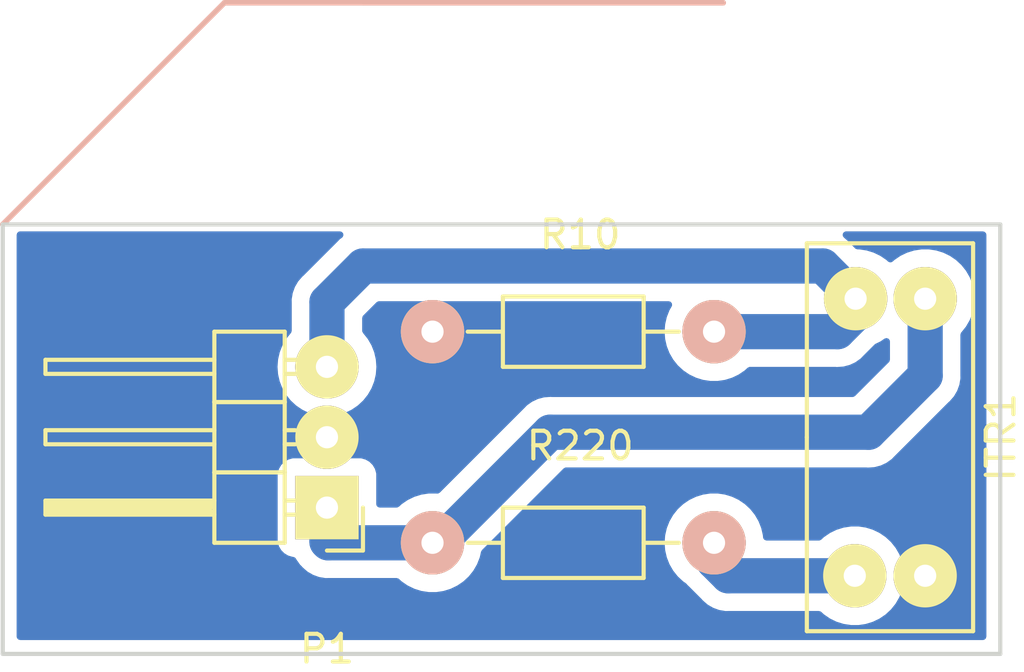
<source format=kicad_pcb>
(kicad_pcb (version 20221018) (generator pcbnew)
  (layers (0 "F.Cu" signal) (31 "B.Cu" signal) (34 "B.Paste" user) (35 "F.Paste" user) (36 "B.SilkS" user "B.Silkscreen") (37 "F.SilkS" user "F.Silkscreen") (38 "B.Mask" user) (39 "F.Mask" user) (44 "Edge.Cuts" user))
  (net 0 "")
  (net 1 "Net-(ITR1-Pad1)")
  (net 2 "GND")
  (net 3 "VCC")
  (net 4 "/Signal")
  (footprint "opto:ITR9608" (layer "F.Cu") (at 160.02 106.68 90)
    (fp_text reference "ITR1" (at 0 4 90) (layer "F.SilkS"))
    (fp_text value "ITR9608")
    (fp_line (start -7 -3) (end -7 3) (stroke (width 0.15)) (layer "F.SilkS"))
    (fp_line (start -7 3) (end 7 3) (stroke (width 0.15)) (layer "F.SilkS"))
    (fp_line (start 0 -3) (end -7 -3) (stroke (width 0.15)) (layer "F.SilkS"))
    (fp_line (start 7 -3) (end 0 -3) (stroke (width 0.15)) (layer "F.SilkS"))
    (fp_line (start 7 3) (end 7 -3) (stroke (width 0.15)) (layer "F.SilkS"))
    (pad "1" thru_hole circle (at -5 -1.27 90) (size 2.286 2.286) (drill 0.8) (layers "*.Cu" "*.Mask" "F.SilkS") (net 1 "Net-(ITR1-Pad1)"))
    (pad "2" thru_hole circle (at -5 1.27 90) (size 2.286 2.286) (drill 0.8) (layers "*.Cu" "*.Mask" "F.SilkS") (net 2 "GND"))
    (pad "3" thru_hole circle (at 5 -1.24 90) (size 2.286 2.286) (drill 0.8) (layers "*.Cu" "*.Mask" "F.SilkS") (net 4 "/Signal"))
    (pad "4" thru_hole circle (at 5 1.27 90) (size 2.286 2.286) (drill 0.8) (layers "*.Cu" "*.Mask" "F.SilkS") (net 3 "VCC"))
  )
  (footprint "Pin_Headers:Pin_Header_Angled_1x03" (layer "F.Cu") (at 139.7 109.22 180)
    (fp_text reference "P1" (at 0 -5.1 180) (layer "F.SilkS"))
    (fp_text value "CONN_01X03")
    (fp_line (start -1.3 -1.55) (end -1.3 0) (stroke (width 0.15)) (layer "F.SilkS"))
    (fp_line (start 0 -1.55) (end -1.3 -1.55) (stroke (width 0.15)) (layer "F.SilkS"))
    (fp_line (start 1.524 -1.27) (end 1.524 1.27) (stroke (width 0.15)) (layer "F.SilkS"))
    (fp_line (start 1.524 -1.27) (end 4.064 -1.27) (stroke (width 0.15)) (layer "F.SilkS"))
    (fp_line (start 1.524 -0.254) (end 1.143 -0.254) (stroke (width 0.15)) (layer "F.SilkS"))
    (fp_line (start 1.524 0.254) (end 1.143 0.254) (stroke (width 0.15)) (layer "F.SilkS"))
    (fp_line (start 1.524 1.27) (end 1.524 3.81) (stroke (width 0.15)) (layer "F.SilkS"))
    (fp_line (start 1.524 1.27) (end 4.064 1.27) (stroke (width 0.15)) (layer "F.SilkS"))
    (fp_line (start 1.524 1.27) (end 4.064 1.27) (stroke (width 0.15)) (layer "F.SilkS"))
    (fp_line (start 1.524 2.286) (end 1.143 2.286) (stroke (width 0.15)) (layer "F.SilkS"))
    (fp_line (start 1.524 2.794) (end 1.143 2.794) (stroke (width 0.15)) (layer "F.SilkS"))
    (fp_line (start 1.524 3.81) (end 1.524 6.35) (stroke (width 0.15)) (layer "F.SilkS"))
    (fp_line (start 1.524 3.81) (end 4.064 3.81) (stroke (width 0.15)) (layer "F.SilkS"))
    (fp_line (start 1.524 3.81) (end 4.064 3.81) (stroke (width 0.15)) (layer "F.SilkS"))
    (fp_line (start 1.524 4.826) (end 1.143 4.826) (stroke (width 0.15)) (layer "F.SilkS"))
    (fp_line (start 1.524 5.334) (end 1.143 5.334) (stroke (width 0.15)) (layer "F.SilkS"))
    (fp_line (start 1.524 6.35) (end 4.064 6.35) (stroke (width 0.15)) (layer "F.SilkS"))
    (fp_line (start 4.064 -0.254) (end 10.16 -0.254) (stroke (width 0.15)) (layer "F.SilkS"))
    (fp_line (start 4.064 1.27) (end 4.064 -1.27) (stroke (width 0.15)) (layer "F.SilkS"))
    (fp_line (start 4.064 2.286) (end 10.16 2.286) (stroke (width 0.15)) (layer "F.SilkS"))
    (fp_line (start 4.064 3.81) (end 4.064 1.27) (stroke (width 0.15)) (layer "F.SilkS"))
    (fp_line (start 4.064 4.826) (end 10.16 4.826) (stroke (width 0.15)) (layer "F.SilkS"))
    (fp_line (start 4.064 6.35) (end 4.064 3.81) (stroke (width 0.15)) (layer "F.SilkS"))
    (fp_line (start 4.191 -0.127) (end 10.033 -0.127) (stroke (width 0.15)) (layer "F.SilkS"))
    (fp_line (start 4.191 0) (end 10.033 0) (stroke (width 0.15)) (layer "F.SilkS"))
    (fp_line (start 4.191 0.127) (end 4.191 0) (stroke (width 0.15)) (layer "F.SilkS"))
    (fp_line (start 10.033 -0.127) (end 10.033 0.127) (stroke (width 0.15)) (layer "F.SilkS"))
    (fp_line (start 10.033 0.127) (end 4.191 0.127) (stroke (width 0.15)) (layer "F.SilkS"))
    (fp_line (start 10.16 -0.254) (end 10.16 0.254) (stroke (width 0.15)) (layer "F.SilkS"))
    (fp_line (start 10.16 0.254) (end 4.064 0.254) (stroke (width 0.15)) (layer "F.SilkS"))
    (fp_line (start 10.16 2.286) (end 10.16 2.794) (stroke (width 0.15)) (layer "F.SilkS"))
    (fp_line (start 10.16 2.794) (end 4.064 2.794) (stroke (width 0.15)) (layer "F.SilkS"))
    (fp_line (start 10.16 4.826) (end 10.16 5.334) (stroke (width 0.15)) (layer "F.SilkS"))
    (fp_line (start 10.16 5.334) (end 4.064 5.334) (stroke (width 0.15)) (layer "F.SilkS"))
    (pad "1" thru_hole rect (at 0 0 180) (size 2.286 2.286) (drill 0.8) (layers "*.Cu" "*.Mask" "F.SilkS") (net 3 "VCC"))
    (pad "2" thru_hole circle (at 0 2.54 180) (size 2.286 2.286) (drill 0.8) (layers "*.Cu" "*.Mask" "F.SilkS") (net 2 "GND"))
    (pad "3" thru_hole circle (at 0 5.08 180) (size 2.286 2.286) (drill 0.8) (layers "*.Cu" "*.Mask" "F.SilkS") (net 4 "/Signal"))
  )
  (footprint "Resistors_ThroughHole:Resistor_Horizontal_RM10mm" (layer "F.Cu") (at 148.59 102.87)
    (fp_text reference "R10" (at 0.24892 -3.50012) (layer "F.SilkS"))
    (fp_text value "R")
    (fp_line (start -2.54 -1.27) (end 2.54 -1.27) (stroke (width 0.15)) (layer "F.SilkS"))
    (fp_line (start -2.54 0) (end -3.81 0) (stroke (width 0.15)) (layer "F.SilkS"))
    (fp_line (start -2.54 1.27) (end -2.54 -1.27) (stroke (width 0.15)) (layer "F.SilkS"))
    (fp_line (start 2.54 -1.27) (end 2.54 1.27) (stroke (width 0.15)) (layer "F.SilkS"))
    (fp_line (start 2.54 0) (end 3.81 0) (stroke (width 0.15)) (layer "F.SilkS"))
    (fp_line (start 2.54 1.27) (end -2.54 1.27) (stroke (width 0.15)) (layer "F.SilkS"))
    (pad "1" thru_hole circle (at -5.08 0) (size 2.286 2.286) (drill 0.8) (layers "*.Cu" "*.SilkS" "*.Mask") (net 2 "GND"))
    (pad "2" thru_hole circle (at 5.08 0) (size 2.286 2.286) (drill 0.8) (layers "*.Cu" "*.SilkS" "*.Mask") (net 4 "/Signal"))
  )
  (footprint "Resistors_ThroughHole:Resistor_Horizontal_RM10mm" (layer "F.Cu") (at 148.59 110.49)
    (fp_text reference "R220" (at 0.24892 -3.50012) (layer "F.SilkS"))
    (fp_text value "R")
    (fp_line (start -2.54 -1.27) (end 2.54 -1.27) (stroke (width 0.15)) (layer "F.SilkS"))
    (fp_line (start -2.54 0) (end -3.81 0) (stroke (width 0.15)) (layer "F.SilkS"))
    (fp_line (start -2.54 1.27) (end -2.54 -1.27) (stroke (width 0.15)) (layer "F.SilkS"))
    (fp_line (start 2.54 -1.27) (end 2.54 1.27) (stroke (width 0.15)) (layer "F.SilkS"))
    (fp_line (start 2.54 0) (end 3.81 0) (stroke (width 0.15)) (layer "F.SilkS"))
    (fp_line (start 2.54 1.27) (end -2.54 1.27) (stroke (width 0.15)) (layer "F.SilkS"))
    (pad "1" thru_hole circle (at -5.08 0) (size 2.286 2.286) (drill 0.8) (layers "*.Cu" "*.SilkS" "*.Mask") (net 3 "VCC"))
    (pad "2" thru_hole circle (at 5.08 0) (size 2.286 2.286) (drill 0.8) (layers "*.Cu" "*.SilkS" "*.Mask") (net 1 "Net-(ITR1-Pad1)"))
  )
  (gr_line (start 154 91) (end 141 91) (stroke (width 0.2)) (layer "B.SilkS"))
  (gr_line (start 128 99) (end 136 91) (stroke (width 0.2)) (layer "B.SilkS"))
  (gr_line (start 136 91) (end 154 91) (stroke (width 0.2)) (layer "B.SilkS"))
  (gr_line (start 164 99) (end 128 99) (stroke (width 0.15)) (layer "Edge.Cuts"))
  (gr_line (start 164 114.5) (end 164 99) (stroke (width 0.15)) (layer "Edge.Cuts"))
  (gr_line (start 128 99) (end 128 114.5) (stroke (width 0.15)) (layer "Edge.Cuts"))
  (gr_line (start 128 114.5) (end 164 114.5) (stroke (width 0.15)) (layer "Edge.Cuts"))
  (segment (start 158.67 111.76) (end 158.75 111.68) (width 0.25) (layer "B.Cu") (net 1))
  (segment (start 153.67 111.17) (end 154.18 111.68) (width 1.27) (layer "B.Cu") (net 1))
  (segment (start 154.18 111.68) (end 158.75 111.68) (width 1.27) (layer "B.Cu") (net 1))
  (segment (start 153.67 110.49) (end 153.67 111.17) (width 1.27) (layer "B.Cu") (net 1))
  (segment (start 139.7 110.45) (end 139.74 110.49) (width 1.27) (layer "B.Cu") (net 3))
  (segment (start 139.74 110.49) (end 143.51 110.49) (width 1.27) (layer "B.Cu") (net 3))
  (segment (start 143.76 110.49) (end 147.75 106.5) (width 1.27) (layer "B.Cu") (net 3))
  (segment (start 147.75 106.5) (end 159.25 106.5) (width 1.27) (layer "B.Cu") (net 3))
  (segment (start 159.25 106.5) (end 161.29 104.46) (width 1.27) (layer "B.Cu") (net 3))
  (segment (start 161.29 104.46) (end 161.29 101.68) (width 1.27) (layer "B.Cu") (net 3))
  (segment (start 161.29 101.68) (end 161.29 101.6) (width 0.25) (layer "B.Cu") (net 3))
  (segment (start 143.51 110.49) (end 143.76 110.49) (width 1.27) (layer "B.Cu") (net 3))
  (segment (start 139.7 109.22) (end 139.7 110.45) (width 1.27) (layer "B.Cu") (net 3))
  (segment (start 139.7 101.8) (end 141 100.5) (width 1.27) (layer "B.Cu") (net 4))
  (segment (start 141 100.5) (end 157.6 100.5) (width 1.27) (layer "B.Cu") (net 4))
  (segment (start 157.6 100.5) (end 158.78 101.68) (width 1.27) (layer "B.Cu") (net 4))
  (segment (start 158.13 102.87) (end 158.78 102.22) (width 1.27) (layer "B.Cu") (net 4))
  (segment (start 158.78 102.22) (end 158.78 101.68) (width 1.27) (layer "B.Cu") (net 4))
  (segment (start 153.67 102.87) (end 158.13 102.87) (width 1.27) (layer "B.Cu") (net 4))
  (segment (start 139.7 104.14) (end 139.7 101.8) (width 1.27) (layer "B.Cu") (net 4))
  (zone (net 2) (net_name "GND") (layer "B.Cu") (connect_pads yes (clearance 0.508)) (min_thickness 0.254) (fill yes (thermal_gap 0.254) (thermal_bridge_width 1.016))
    (polygon (pts (xy 128.5 99.25) (xy 128.5 114) (xy 163.5 114) (xy 163.5 99.25)))
  )
)
</source>
